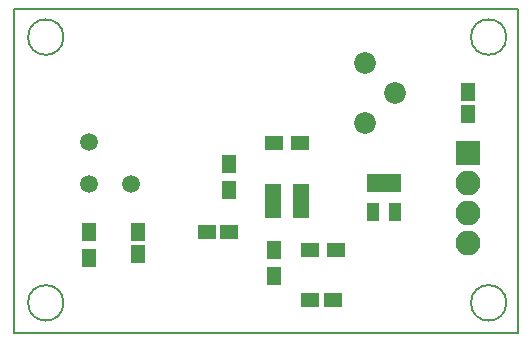
<source format=gbr>
%TF.GenerationSoftware,KiCad,Pcbnew,4.0.7*%
%TF.CreationDate,2018-05-13T15:14:16+02:00*%
%TF.ProjectId,nestbox,6E657374626F782E6B696361645F7063,rev?*%
%TF.FileFunction,Soldermask,Top*%
%FSLAX46Y46*%
G04 Gerber Fmt 4.6, Leading zero omitted, Abs format (unit mm)*
G04 Created by KiCad (PCBNEW 4.0.7) date 05/13/18 15:14:16*
%MOMM*%
%LPD*%
G01*
G04 APERTURE LIST*
%ADD10C,0.150000*%
%ADD11C,1.500000*%
%ADD12R,1.390600X1.009600*%
%ADD13R,0.990000X1.610000*%
%ADD14R,1.150000X1.600000*%
%ADD15R,1.600000X1.150000*%
%ADD16R,2.100000X2.100000*%
%ADD17O,2.100000X2.100000*%
%ADD18R,1.600000X1.300000*%
%ADD19R,1.300000X1.600000*%
%ADD20C,1.840000*%
G04 APERTURE END LIST*
D10*
X155500000Y-118500000D02*
G75*
G03X155500000Y-118500000I-1500000J0D01*
G01*
X155500000Y-96000000D02*
G75*
G03X155500000Y-96000000I-1500000J0D01*
G01*
X118000000Y-118500000D02*
G75*
G03X118000000Y-118500000I-1500000J0D01*
G01*
X118000000Y-96000000D02*
G75*
G03X118000000Y-96000000I-1500000J0D01*
G01*
X155150000Y-121050000D02*
X156500000Y-121050000D01*
X156500000Y-93600000D02*
X156500000Y-121050000D01*
X113775000Y-93600000D02*
X156525000Y-93600000D01*
X113775000Y-121050000D02*
X113775000Y-93600000D01*
X155175000Y-121050000D02*
X113775000Y-121050000D01*
D11*
X120123950Y-104883950D03*
X120123950Y-108476050D03*
X123716050Y-108476050D03*
D12*
X135764220Y-108960200D03*
X135764220Y-109900000D03*
X135764220Y-110839800D03*
X138085780Y-110839800D03*
X138085780Y-109900000D03*
X138085780Y-108960200D03*
D13*
X146100000Y-108320000D03*
X145150000Y-108320000D03*
X144200000Y-108320000D03*
X144200000Y-110830000D03*
X146100000Y-110830000D03*
D14*
X124325000Y-112500000D03*
X124325000Y-114400000D03*
D15*
X132050000Y-112500000D03*
X130150000Y-112500000D03*
X140800000Y-118300000D03*
X138900000Y-118300000D03*
D16*
X152275000Y-105775000D03*
D17*
X152275000Y-108315000D03*
X152275000Y-110855000D03*
X152275000Y-113395000D03*
D18*
X138050000Y-104925000D03*
X135850000Y-104925000D03*
D19*
X120125000Y-112500000D03*
X120125000Y-114700000D03*
X132050000Y-108975000D03*
X132050000Y-106775000D03*
X135800000Y-114050000D03*
X135800000Y-116250000D03*
D18*
X141100000Y-114050000D03*
X138900000Y-114050000D03*
D20*
X143525000Y-98225000D03*
X146065000Y-100765000D03*
X143525000Y-103305000D03*
D14*
X152280000Y-102550000D03*
X152280000Y-100650000D03*
M02*

</source>
